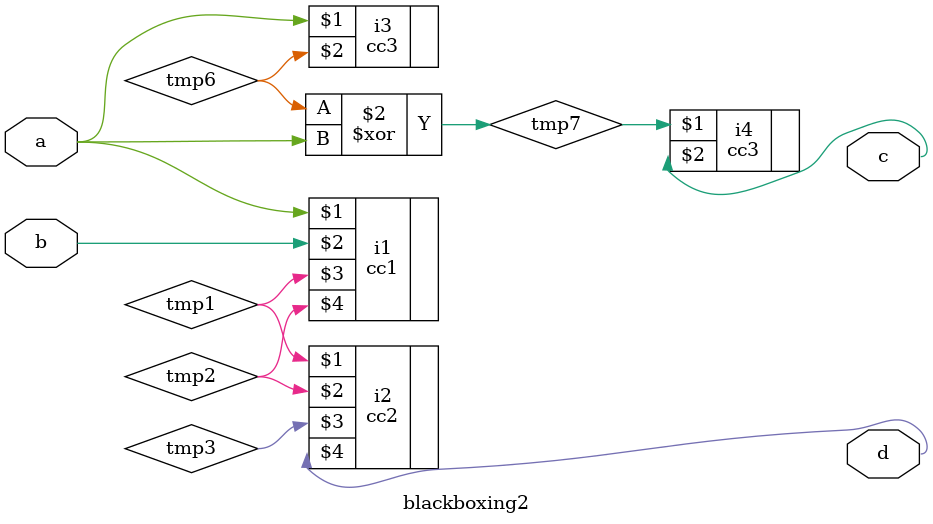
<source format=v>

module blackboxing2 (input a, input b, output c, output d);

wire tmp1;
wire tmp2;

cc1 i1(a,b,tmp1,tmp2);

wire tmp3;
wire tmp4;

cc2 i2(tmp1,tmp2,tmp3,d);

  wire tmp5;
  wire tmp6;

  assign tmp5 = tmp3 | 1;

cc3 i3(a,tmp6);

  wire tmp7;

  assign tmp7 = tmp6 ^ a;

cc3 i4(tmp7,c);

endmodule


</source>
